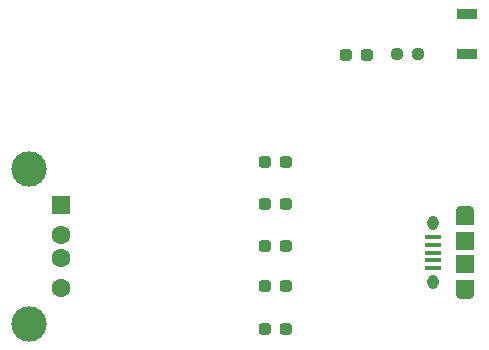
<source format=gbr>
%TF.GenerationSoftware,KiCad,Pcbnew,8.0.0*%
%TF.CreationDate,2024-02-28T17:19:02+01:00*%
%TF.ProjectId,carte-test-cable-usb,63617274-652d-4746-9573-742d6361626c,rev?*%
%TF.SameCoordinates,Original*%
%TF.FileFunction,Soldermask,Top*%
%TF.FilePolarity,Negative*%
%FSLAX46Y46*%
G04 Gerber Fmt 4.6, Leading zero omitted, Abs format (unit mm)*
G04 Created by KiCad (PCBNEW 8.0.0) date 2024-02-28 17:19:02*
%MOMM*%
%LPD*%
G01*
G04 APERTURE LIST*
G04 Aperture macros list*
%AMRoundRect*
0 Rectangle with rounded corners*
0 $1 Rounding radius*
0 $2 $3 $4 $5 $6 $7 $8 $9 X,Y pos of 4 corners*
0 Add a 4 corners polygon primitive as box body*
4,1,4,$2,$3,$4,$5,$6,$7,$8,$9,$2,$3,0*
0 Add four circle primitives for the rounded corners*
1,1,$1+$1,$2,$3*
1,1,$1+$1,$4,$5*
1,1,$1+$1,$6,$7*
1,1,$1+$1,$8,$9*
0 Add four rect primitives between the rounded corners*
20,1,$1+$1,$2,$3,$4,$5,0*
20,1,$1+$1,$4,$5,$6,$7,0*
20,1,$1+$1,$6,$7,$8,$9,0*
20,1,$1+$1,$8,$9,$2,$3,0*%
G04 Aperture macros list end*
%ADD10RoundRect,0.237500X0.250000X0.237500X-0.250000X0.237500X-0.250000X-0.237500X0.250000X-0.237500X0*%
%ADD11R,1.700000X0.900000*%
%ADD12R,1.350000X0.400000*%
%ADD13O,1.550000X0.890000*%
%ADD14R,1.550000X1.200000*%
%ADD15O,0.950000X1.250000*%
%ADD16R,1.550000X1.500000*%
%ADD17R,1.500000X1.600000*%
%ADD18C,1.600000*%
%ADD19C,3.000000*%
%ADD20RoundRect,0.237500X0.287500X0.237500X-0.287500X0.237500X-0.287500X-0.237500X0.287500X-0.237500X0*%
%ADD21RoundRect,0.237500X-0.287500X-0.237500X0.287500X-0.237500X0.287500X0.237500X-0.287500X0.237500X0*%
G04 APERTURE END LIST*
D10*
%TO.C,R1*%
X158222500Y-88220000D03*
X156397500Y-88220000D03*
%TD*%
D11*
%TO.C,JP1*%
X162350000Y-84800000D03*
X162350000Y-88200000D03*
%TD*%
D12*
%TO.C,J2*%
X159483037Y-106336607D03*
X159483037Y-105686607D03*
X159483037Y-105036607D03*
X159483037Y-104386607D03*
X159483037Y-103736607D03*
D13*
X162183037Y-108536607D03*
D14*
X162183037Y-107936607D03*
D15*
X159483037Y-107536607D03*
D16*
X162183037Y-106036607D03*
X162183037Y-104036607D03*
D15*
X159483037Y-102536607D03*
D14*
X162183037Y-102136607D03*
D13*
X162183037Y-101536607D03*
%TD*%
D17*
%TO.C,J1*%
X128000000Y-101000000D03*
D18*
X128000000Y-103500000D03*
X128000000Y-105500000D03*
X128000000Y-108000000D03*
D19*
X125290000Y-97930000D03*
X125290000Y-111070000D03*
%TD*%
D20*
%TO.C,D6*%
X145250000Y-100900000D03*
X147000000Y-100900000D03*
%TD*%
%TO.C,D5*%
X145280000Y-107880000D03*
X147030000Y-107880000D03*
%TD*%
%TO.C,D4*%
X147030000Y-104450000D03*
X145280000Y-104450000D03*
%TD*%
%TO.C,D3*%
X145280000Y-111470000D03*
X147030000Y-111470000D03*
%TD*%
%TO.C,D2*%
X145250000Y-97370000D03*
X147000000Y-97370000D03*
%TD*%
D21*
%TO.C,D1*%
X152090000Y-88260000D03*
X153840000Y-88260000D03*
%TD*%
M02*

</source>
